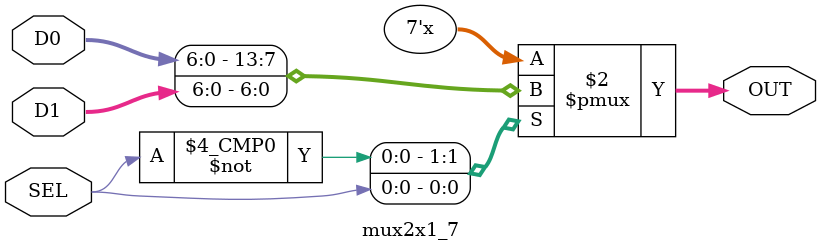
<source format=v>


module mux2x1_7 (
    input   	[6:0]   D0,
    input   	[6:0]   D1,
    input     			  SEL,
    output reg [6:0]   OUT
);

always @(*) begin
    case (SEL)
        1'b0:    OUT = D0;
        1'b1:    OUT = D1;
        default: OUT = 7'b1111111; // saida em 1
    endcase
end

endmodule

</source>
